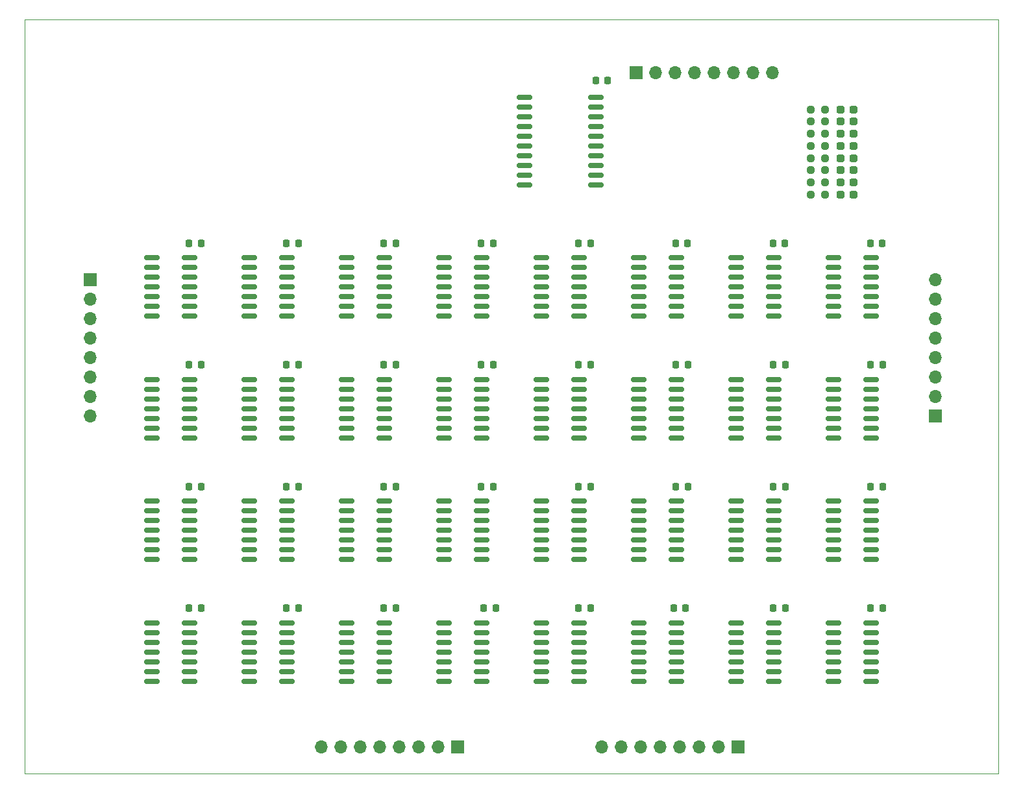
<source format=gbr>
%TF.GenerationSoftware,KiCad,Pcbnew,6.0.6*%
%TF.CreationDate,2022-09-03T22:52:37+02:00*%
%TF.ProjectId,fake8080c,66616b65-3830-4383-9063-2e6b69636164,rev?*%
%TF.SameCoordinates,Original*%
%TF.FileFunction,Soldermask,Top*%
%TF.FilePolarity,Negative*%
%FSLAX46Y46*%
G04 Gerber Fmt 4.6, Leading zero omitted, Abs format (unit mm)*
G04 Created by KiCad (PCBNEW 6.0.6) date 2022-09-03 22:52:37*
%MOMM*%
%LPD*%
G01*
G04 APERTURE LIST*
G04 Aperture macros list*
%AMRoundRect*
0 Rectangle with rounded corners*
0 $1 Rounding radius*
0 $2 $3 $4 $5 $6 $7 $8 $9 X,Y pos of 4 corners*
0 Add a 4 corners polygon primitive as box body*
4,1,4,$2,$3,$4,$5,$6,$7,$8,$9,$2,$3,0*
0 Add four circle primitives for the rounded corners*
1,1,$1+$1,$2,$3*
1,1,$1+$1,$4,$5*
1,1,$1+$1,$6,$7*
1,1,$1+$1,$8,$9*
0 Add four rect primitives between the rounded corners*
20,1,$1+$1,$2,$3,$4,$5,0*
20,1,$1+$1,$4,$5,$6,$7,0*
20,1,$1+$1,$6,$7,$8,$9,0*
20,1,$1+$1,$8,$9,$2,$3,0*%
G04 Aperture macros list end*
%TA.AperFunction,Profile*%
%ADD10C,0.100000*%
%TD*%
%ADD11RoundRect,0.150000X-0.825000X-0.150000X0.825000X-0.150000X0.825000X0.150000X-0.825000X0.150000X0*%
%ADD12RoundRect,0.150000X-0.875000X-0.150000X0.875000X-0.150000X0.875000X0.150000X-0.875000X0.150000X0*%
%ADD13RoundRect,0.237500X-0.250000X-0.237500X0.250000X-0.237500X0.250000X0.237500X-0.250000X0.237500X0*%
%ADD14R,1.700000X1.700000*%
%ADD15O,1.700000X1.700000*%
%ADD16RoundRect,0.237500X0.287500X0.237500X-0.287500X0.237500X-0.287500X-0.237500X0.287500X-0.237500X0*%
%ADD17RoundRect,0.225000X-0.225000X-0.250000X0.225000X-0.250000X0.225000X0.250000X-0.225000X0.250000X0*%
G04 APERTURE END LIST*
D10*
X225425000Y-41275000D02*
X98425000Y-41275000D01*
X98425000Y-41275000D02*
X98425000Y-139700000D01*
X98425000Y-139700000D02*
X225425000Y-139700000D01*
X225425000Y-139700000D02*
X225425000Y-41275000D01*
D11*
%TO.C,U133*%
X145350000Y-120015000D03*
X145350000Y-121285000D03*
X145350000Y-122555000D03*
X145350000Y-123825000D03*
X145350000Y-125095000D03*
X145350000Y-126365000D03*
X145350000Y-127635000D03*
X140400000Y-127635000D03*
X140400000Y-126365000D03*
X140400000Y-125095000D03*
X140400000Y-123825000D03*
X140400000Y-122555000D03*
X140400000Y-121285000D03*
X140400000Y-120015000D03*
%TD*%
%TO.C,U132*%
X191200000Y-120015000D03*
X191200000Y-121285000D03*
X191200000Y-122555000D03*
X191200000Y-123825000D03*
X191200000Y-125095000D03*
X191200000Y-126365000D03*
X191200000Y-127635000D03*
X196150000Y-127635000D03*
X196150000Y-126365000D03*
X196150000Y-125095000D03*
X196150000Y-123825000D03*
X196150000Y-122555000D03*
X196150000Y-121285000D03*
X196150000Y-120015000D03*
%TD*%
%TO.C,U131*%
X140400000Y-104140000D03*
X140400000Y-105410000D03*
X140400000Y-106680000D03*
X140400000Y-107950000D03*
X140400000Y-109220000D03*
X140400000Y-110490000D03*
X140400000Y-111760000D03*
X145350000Y-111760000D03*
X145350000Y-110490000D03*
X145350000Y-109220000D03*
X145350000Y-107950000D03*
X145350000Y-106680000D03*
X145350000Y-105410000D03*
X145350000Y-104140000D03*
%TD*%
%TO.C,U130*%
X165800000Y-104140000D03*
X165800000Y-105410000D03*
X165800000Y-106680000D03*
X165800000Y-107950000D03*
X165800000Y-109220000D03*
X165800000Y-110490000D03*
X165800000Y-111760000D03*
X170750000Y-111760000D03*
X170750000Y-110490000D03*
X170750000Y-109220000D03*
X170750000Y-107950000D03*
X170750000Y-106680000D03*
X170750000Y-105410000D03*
X170750000Y-104140000D03*
%TD*%
%TO.C,U129*%
X191200000Y-104140000D03*
X191200000Y-105410000D03*
X191200000Y-106680000D03*
X191200000Y-107950000D03*
X191200000Y-109220000D03*
X191200000Y-110490000D03*
X191200000Y-111760000D03*
X196150000Y-111760000D03*
X196150000Y-110490000D03*
X196150000Y-109220000D03*
X196150000Y-107950000D03*
X196150000Y-106680000D03*
X196150000Y-105410000D03*
X196150000Y-104140000D03*
%TD*%
%TO.C,U128*%
X115000000Y-104140000D03*
X115000000Y-105410000D03*
X115000000Y-106680000D03*
X115000000Y-107950000D03*
X115000000Y-109220000D03*
X115000000Y-110490000D03*
X115000000Y-111760000D03*
X119950000Y-111760000D03*
X119950000Y-110490000D03*
X119950000Y-109220000D03*
X119950000Y-107950000D03*
X119950000Y-106680000D03*
X119950000Y-105410000D03*
X119950000Y-104140000D03*
%TD*%
%TO.C,U127*%
X127700000Y-104140000D03*
X127700000Y-105410000D03*
X127700000Y-106680000D03*
X127700000Y-107950000D03*
X127700000Y-109220000D03*
X127700000Y-110490000D03*
X127700000Y-111760000D03*
X132650000Y-111760000D03*
X132650000Y-110490000D03*
X132650000Y-109220000D03*
X132650000Y-107950000D03*
X132650000Y-106680000D03*
X132650000Y-105410000D03*
X132650000Y-104140000D03*
%TD*%
%TO.C,U126*%
X178500000Y-104140000D03*
X178500000Y-105410000D03*
X178500000Y-106680000D03*
X178500000Y-107950000D03*
X178500000Y-109220000D03*
X178500000Y-110490000D03*
X178500000Y-111760000D03*
X183450000Y-111760000D03*
X183450000Y-110490000D03*
X183450000Y-109220000D03*
X183450000Y-107950000D03*
X183450000Y-106680000D03*
X183450000Y-105410000D03*
X183450000Y-104140000D03*
%TD*%
%TO.C,U125*%
X153100000Y-104140000D03*
X153100000Y-105410000D03*
X153100000Y-106680000D03*
X153100000Y-107950000D03*
X153100000Y-109220000D03*
X153100000Y-110490000D03*
X153100000Y-111760000D03*
X158050000Y-111760000D03*
X158050000Y-110490000D03*
X158050000Y-109220000D03*
X158050000Y-107950000D03*
X158050000Y-106680000D03*
X158050000Y-105410000D03*
X158050000Y-104140000D03*
%TD*%
%TO.C,U124*%
X203900000Y-104140000D03*
X203900000Y-105410000D03*
X203900000Y-106680000D03*
X203900000Y-107950000D03*
X203900000Y-109220000D03*
X203900000Y-110490000D03*
X203900000Y-111760000D03*
X208850000Y-111760000D03*
X208850000Y-110490000D03*
X208850000Y-109220000D03*
X208850000Y-107950000D03*
X208850000Y-106680000D03*
X208850000Y-105410000D03*
X208850000Y-104140000D03*
%TD*%
%TO.C,U123*%
X115000000Y-88265000D03*
X115000000Y-89535000D03*
X115000000Y-90805000D03*
X115000000Y-92075000D03*
X115000000Y-93345000D03*
X115000000Y-94615000D03*
X115000000Y-95885000D03*
X119950000Y-95885000D03*
X119950000Y-94615000D03*
X119950000Y-93345000D03*
X119950000Y-92075000D03*
X119950000Y-90805000D03*
X119950000Y-89535000D03*
X119950000Y-88265000D03*
%TD*%
%TO.C,U122*%
X127700000Y-88265000D03*
X127700000Y-89535000D03*
X127700000Y-90805000D03*
X127700000Y-92075000D03*
X127700000Y-93345000D03*
X127700000Y-94615000D03*
X127700000Y-95885000D03*
X132650000Y-95885000D03*
X132650000Y-94615000D03*
X132650000Y-93345000D03*
X132650000Y-92075000D03*
X132650000Y-90805000D03*
X132650000Y-89535000D03*
X132650000Y-88265000D03*
%TD*%
%TO.C,U121*%
X140400000Y-88265000D03*
X140400000Y-89535000D03*
X140400000Y-90805000D03*
X140400000Y-92075000D03*
X140400000Y-93345000D03*
X140400000Y-94615000D03*
X140400000Y-95885000D03*
X145350000Y-95885000D03*
X145350000Y-94615000D03*
X145350000Y-93345000D03*
X145350000Y-92075000D03*
X145350000Y-90805000D03*
X145350000Y-89535000D03*
X145350000Y-88265000D03*
%TD*%
%TO.C,U120*%
X153100000Y-88265000D03*
X153100000Y-89535000D03*
X153100000Y-90805000D03*
X153100000Y-92075000D03*
X153100000Y-93345000D03*
X153100000Y-94615000D03*
X153100000Y-95885000D03*
X158050000Y-95885000D03*
X158050000Y-94615000D03*
X158050000Y-93345000D03*
X158050000Y-92075000D03*
X158050000Y-90805000D03*
X158050000Y-89535000D03*
X158050000Y-88265000D03*
%TD*%
%TO.C,U119*%
X165800000Y-88265000D03*
X165800000Y-89535000D03*
X165800000Y-90805000D03*
X165800000Y-92075000D03*
X165800000Y-93345000D03*
X165800000Y-94615000D03*
X165800000Y-95885000D03*
X170750000Y-95885000D03*
X170750000Y-94615000D03*
X170750000Y-93345000D03*
X170750000Y-92075000D03*
X170750000Y-90805000D03*
X170750000Y-89535000D03*
X170750000Y-88265000D03*
%TD*%
%TO.C,U118*%
X178500000Y-88265000D03*
X178500000Y-89535000D03*
X178500000Y-90805000D03*
X178500000Y-92075000D03*
X178500000Y-93345000D03*
X178500000Y-94615000D03*
X178500000Y-95885000D03*
X183450000Y-95885000D03*
X183450000Y-94615000D03*
X183450000Y-93345000D03*
X183450000Y-92075000D03*
X183450000Y-90805000D03*
X183450000Y-89535000D03*
X183450000Y-88265000D03*
%TD*%
%TO.C,U117*%
X191200000Y-88265000D03*
X191200000Y-89535000D03*
X191200000Y-90805000D03*
X191200000Y-92075000D03*
X191200000Y-93345000D03*
X191200000Y-94615000D03*
X191200000Y-95885000D03*
X196150000Y-95885000D03*
X196150000Y-94615000D03*
X196150000Y-93345000D03*
X196150000Y-92075000D03*
X196150000Y-90805000D03*
X196150000Y-89535000D03*
X196150000Y-88265000D03*
%TD*%
%TO.C,U116*%
X203900000Y-88265000D03*
X203900000Y-89535000D03*
X203900000Y-90805000D03*
X203900000Y-92075000D03*
X203900000Y-93345000D03*
X203900000Y-94615000D03*
X203900000Y-95885000D03*
X208850000Y-95885000D03*
X208850000Y-94615000D03*
X208850000Y-93345000D03*
X208850000Y-92075000D03*
X208850000Y-90805000D03*
X208850000Y-89535000D03*
X208850000Y-88265000D03*
%TD*%
%TO.C,U115*%
X127700000Y-120015000D03*
X127700000Y-121285000D03*
X127700000Y-122555000D03*
X127700000Y-123825000D03*
X127700000Y-125095000D03*
X127700000Y-126365000D03*
X127700000Y-127635000D03*
X132650000Y-127635000D03*
X132650000Y-126365000D03*
X132650000Y-125095000D03*
X132650000Y-123825000D03*
X132650000Y-122555000D03*
X132650000Y-121285000D03*
X132650000Y-120015000D03*
%TD*%
%TO.C,U114*%
X127700000Y-72390000D03*
X127700000Y-73660000D03*
X127700000Y-74930000D03*
X127700000Y-76200000D03*
X127700000Y-77470000D03*
X127700000Y-78740000D03*
X127700000Y-80010000D03*
X132650000Y-80010000D03*
X132650000Y-78740000D03*
X132650000Y-77470000D03*
X132650000Y-76200000D03*
X132650000Y-74930000D03*
X132650000Y-73660000D03*
X132650000Y-72390000D03*
%TD*%
%TO.C,U113*%
X153100000Y-120015000D03*
X153100000Y-121285000D03*
X153100000Y-122555000D03*
X153100000Y-123825000D03*
X153100000Y-125095000D03*
X153100000Y-126365000D03*
X153100000Y-127635000D03*
X158050000Y-127635000D03*
X158050000Y-126365000D03*
X158050000Y-125095000D03*
X158050000Y-123825000D03*
X158050000Y-122555000D03*
X158050000Y-121285000D03*
X158050000Y-120015000D03*
%TD*%
%TO.C,U112*%
X153100000Y-72390000D03*
X153100000Y-73660000D03*
X153100000Y-74930000D03*
X153100000Y-76200000D03*
X153100000Y-77470000D03*
X153100000Y-78740000D03*
X153100000Y-80010000D03*
X158050000Y-80010000D03*
X158050000Y-78740000D03*
X158050000Y-77470000D03*
X158050000Y-76200000D03*
X158050000Y-74930000D03*
X158050000Y-73660000D03*
X158050000Y-72390000D03*
%TD*%
%TO.C,U111*%
X178500000Y-120015000D03*
X178500000Y-121285000D03*
X178500000Y-122555000D03*
X178500000Y-123825000D03*
X178500000Y-125095000D03*
X178500000Y-126365000D03*
X178500000Y-127635000D03*
X183450000Y-127635000D03*
X183450000Y-126365000D03*
X183450000Y-125095000D03*
X183450000Y-123825000D03*
X183450000Y-122555000D03*
X183450000Y-121285000D03*
X183450000Y-120015000D03*
%TD*%
%TO.C,U110*%
X178500000Y-72390000D03*
X178500000Y-73660000D03*
X178500000Y-74930000D03*
X178500000Y-76200000D03*
X178500000Y-77470000D03*
X178500000Y-78740000D03*
X178500000Y-80010000D03*
X183450000Y-80010000D03*
X183450000Y-78740000D03*
X183450000Y-77470000D03*
X183450000Y-76200000D03*
X183450000Y-74930000D03*
X183450000Y-73660000D03*
X183450000Y-72390000D03*
%TD*%
%TO.C,U109*%
X203900000Y-120015000D03*
X203900000Y-121285000D03*
X203900000Y-122555000D03*
X203900000Y-123825000D03*
X203900000Y-125095000D03*
X203900000Y-126365000D03*
X203900000Y-127635000D03*
X208850000Y-127635000D03*
X208850000Y-126365000D03*
X208850000Y-125095000D03*
X208850000Y-123825000D03*
X208850000Y-122555000D03*
X208850000Y-121285000D03*
X208850000Y-120015000D03*
%TD*%
%TO.C,U108*%
X203900000Y-72390000D03*
X203900000Y-73660000D03*
X203900000Y-74930000D03*
X203900000Y-76200000D03*
X203900000Y-77470000D03*
X203900000Y-78740000D03*
X203900000Y-80010000D03*
X208850000Y-80010000D03*
X208850000Y-78740000D03*
X208850000Y-77470000D03*
X208850000Y-76200000D03*
X208850000Y-74930000D03*
X208850000Y-73660000D03*
X208850000Y-72390000D03*
%TD*%
%TO.C,U107*%
X115000000Y-72390000D03*
X115000000Y-73660000D03*
X115000000Y-74930000D03*
X115000000Y-76200000D03*
X115000000Y-77470000D03*
X115000000Y-78740000D03*
X115000000Y-80010000D03*
X119950000Y-80010000D03*
X119950000Y-78740000D03*
X119950000Y-77470000D03*
X119950000Y-76200000D03*
X119950000Y-74930000D03*
X119950000Y-73660000D03*
X119950000Y-72390000D03*
%TD*%
%TO.C,U106*%
X140400000Y-72390000D03*
X140400000Y-73660000D03*
X140400000Y-74930000D03*
X140400000Y-76200000D03*
X140400000Y-77470000D03*
X140400000Y-78740000D03*
X140400000Y-80010000D03*
X145350000Y-80010000D03*
X145350000Y-78740000D03*
X145350000Y-77470000D03*
X145350000Y-76200000D03*
X145350000Y-74930000D03*
X145350000Y-73660000D03*
X145350000Y-72390000D03*
%TD*%
%TO.C,U105*%
X165800000Y-72390000D03*
X165800000Y-73660000D03*
X165800000Y-74930000D03*
X165800000Y-76200000D03*
X165800000Y-77470000D03*
X165800000Y-78740000D03*
X165800000Y-80010000D03*
X170750000Y-80010000D03*
X170750000Y-78740000D03*
X170750000Y-77470000D03*
X170750000Y-76200000D03*
X170750000Y-74930000D03*
X170750000Y-73660000D03*
X170750000Y-72390000D03*
%TD*%
%TO.C,U104*%
X191200000Y-72390000D03*
X191200000Y-73660000D03*
X191200000Y-74930000D03*
X191200000Y-76200000D03*
X191200000Y-77470000D03*
X191200000Y-78740000D03*
X191200000Y-80010000D03*
X196150000Y-80010000D03*
X196150000Y-78740000D03*
X196150000Y-77470000D03*
X196150000Y-76200000D03*
X196150000Y-74930000D03*
X196150000Y-73660000D03*
X196150000Y-72390000D03*
%TD*%
%TO.C,U103*%
X115000000Y-120015000D03*
X115000000Y-121285000D03*
X115000000Y-122555000D03*
X115000000Y-123825000D03*
X115000000Y-125095000D03*
X115000000Y-126365000D03*
X115000000Y-127635000D03*
X119950000Y-127635000D03*
X119950000Y-126365000D03*
X119950000Y-125095000D03*
X119950000Y-123825000D03*
X119950000Y-122555000D03*
X119950000Y-121285000D03*
X119950000Y-120015000D03*
%TD*%
%TO.C,U102*%
X165800000Y-120015000D03*
X165800000Y-121285000D03*
X165800000Y-122555000D03*
X165800000Y-123825000D03*
X165800000Y-125095000D03*
X165800000Y-126365000D03*
X165800000Y-127635000D03*
X170750000Y-127635000D03*
X170750000Y-126365000D03*
X170750000Y-125095000D03*
X170750000Y-123825000D03*
X170750000Y-122555000D03*
X170750000Y-121285000D03*
X170750000Y-120015000D03*
%TD*%
D12*
%TO.C,U101*%
X163625000Y-51435000D03*
X163625000Y-52705000D03*
X163625000Y-53975000D03*
X163625000Y-55245000D03*
X163625000Y-56515000D03*
X163625000Y-57785000D03*
X163625000Y-59055000D03*
X163625000Y-60325000D03*
X163625000Y-61595000D03*
X163625000Y-62865000D03*
X172925000Y-62865000D03*
X172925000Y-61595000D03*
X172925000Y-60325000D03*
X172925000Y-59055000D03*
X172925000Y-57785000D03*
X172925000Y-56515000D03*
X172925000Y-55245000D03*
X172925000Y-53975000D03*
X172925000Y-52705000D03*
X172925000Y-51435000D03*
%TD*%
D13*
%TO.C,R108*%
X200977500Y-53022500D03*
X202802500Y-53022500D03*
%TD*%
%TO.C,R107*%
X200977500Y-54610000D03*
X202802500Y-54610000D03*
%TD*%
%TO.C,R106*%
X200977500Y-56197500D03*
X202802500Y-56197500D03*
%TD*%
%TO.C,R105*%
X200977500Y-57785000D03*
X202802500Y-57785000D03*
%TD*%
%TO.C,R104*%
X200977500Y-59372500D03*
X202802500Y-59372500D03*
%TD*%
%TO.C,R103*%
X200977500Y-60960000D03*
X202802500Y-60960000D03*
%TD*%
%TO.C,R102*%
X200977500Y-62547500D03*
X202802500Y-62547500D03*
%TD*%
%TO.C,R101*%
X200977500Y-64135000D03*
X202802500Y-64135000D03*
%TD*%
D14*
%TO.C,J105*%
X106997500Y-75247500D03*
D15*
X106997500Y-77787500D03*
X106997500Y-80327500D03*
X106997500Y-82867500D03*
X106997500Y-85407500D03*
X106997500Y-87947500D03*
X106997500Y-90487500D03*
X106997500Y-93027500D03*
%TD*%
D14*
%TO.C,J104*%
X217170000Y-93012500D03*
D15*
X217170000Y-90472500D03*
X217170000Y-87932500D03*
X217170000Y-85392500D03*
X217170000Y-82852500D03*
X217170000Y-80312500D03*
X217170000Y-77772500D03*
X217170000Y-75232500D03*
%TD*%
D14*
%TO.C,J103*%
X178132500Y-48260000D03*
D15*
X180672500Y-48260000D03*
X183212500Y-48260000D03*
X185752500Y-48260000D03*
X188292500Y-48260000D03*
X190832500Y-48260000D03*
X193372500Y-48260000D03*
X195912500Y-48260000D03*
%TD*%
D14*
%TO.C,J102*%
X154925000Y-136207500D03*
D15*
X152385000Y-136207500D03*
X149845000Y-136207500D03*
X147305000Y-136207500D03*
X144765000Y-136207500D03*
X142225000Y-136207500D03*
X139685000Y-136207500D03*
X137145000Y-136207500D03*
%TD*%
D14*
%TO.C,J101*%
X191452500Y-136207500D03*
D15*
X188912500Y-136207500D03*
X186372500Y-136207500D03*
X183832500Y-136207500D03*
X181292500Y-136207500D03*
X178752500Y-136207500D03*
X176212500Y-136207500D03*
X173672500Y-136207500D03*
%TD*%
D16*
%TO.C,D108*%
X206575000Y-53022500D03*
X204825000Y-53022500D03*
%TD*%
%TO.C,D107*%
X206575000Y-54610000D03*
X204825000Y-54610000D03*
%TD*%
%TO.C,D106*%
X206575000Y-56197500D03*
X204825000Y-56197500D03*
%TD*%
%TO.C,D105*%
X206575000Y-57785000D03*
X204825000Y-57785000D03*
%TD*%
%TO.C,D104*%
X206575000Y-59372500D03*
X204825000Y-59372500D03*
%TD*%
%TO.C,D103*%
X206575000Y-60960000D03*
X204825000Y-60960000D03*
%TD*%
%TO.C,D102*%
X206575000Y-62547500D03*
X204825000Y-62547500D03*
%TD*%
%TO.C,D101*%
X206575000Y-64135000D03*
X204825000Y-64135000D03*
%TD*%
D17*
%TO.C,C133*%
X145275000Y-118110000D03*
X146825000Y-118110000D03*
%TD*%
%TO.C,C132*%
X196075000Y-118110000D03*
X197625000Y-118110000D03*
%TD*%
%TO.C,C131*%
X145275000Y-102235000D03*
X146825000Y-102235000D03*
%TD*%
%TO.C,C130*%
X170675000Y-102235000D03*
X172225000Y-102235000D03*
%TD*%
%TO.C,C129*%
X196075000Y-102235000D03*
X197625000Y-102235000D03*
%TD*%
%TO.C,C128*%
X119875000Y-102235000D03*
X121425000Y-102235000D03*
%TD*%
%TO.C,C127*%
X132575000Y-102235000D03*
X134125000Y-102235000D03*
%TD*%
%TO.C,C126*%
X183375000Y-102235000D03*
X184925000Y-102235000D03*
%TD*%
%TO.C,C125*%
X157975000Y-102235000D03*
X159525000Y-102235000D03*
%TD*%
%TO.C,C124*%
X208775000Y-102235000D03*
X210325000Y-102235000D03*
%TD*%
%TO.C,C123*%
X119875000Y-86360000D03*
X121425000Y-86360000D03*
%TD*%
%TO.C,C122*%
X132575000Y-86360000D03*
X134125000Y-86360000D03*
%TD*%
%TO.C,C121*%
X145275000Y-86360000D03*
X146825000Y-86360000D03*
%TD*%
%TO.C,C120*%
X157975000Y-86360000D03*
X159525000Y-86360000D03*
%TD*%
%TO.C,C119*%
X170675000Y-86360000D03*
X172225000Y-86360000D03*
%TD*%
%TO.C,C118*%
X183375000Y-86360000D03*
X184925000Y-86360000D03*
%TD*%
%TO.C,C117*%
X196075000Y-86360000D03*
X197625000Y-86360000D03*
%TD*%
%TO.C,C116*%
X208775000Y-86360000D03*
X210325000Y-86360000D03*
%TD*%
%TO.C,C115*%
X132575000Y-118110000D03*
X134125000Y-118110000D03*
%TD*%
%TO.C,C114*%
X132575000Y-70485000D03*
X134125000Y-70485000D03*
%TD*%
%TO.C,C113*%
X158292500Y-118110000D03*
X159842500Y-118110000D03*
%TD*%
%TO.C,C112*%
X157975000Y-70485000D03*
X159525000Y-70485000D03*
%TD*%
%TO.C,C111*%
X183057500Y-118110000D03*
X184607500Y-118110000D03*
%TD*%
%TO.C,C110*%
X183310000Y-70485000D03*
X184860000Y-70485000D03*
%TD*%
%TO.C,C109*%
X208775000Y-118110000D03*
X210325000Y-118110000D03*
%TD*%
%TO.C,C108*%
X208710000Y-70485000D03*
X210260000Y-70485000D03*
%TD*%
%TO.C,C107*%
X119875000Y-70485000D03*
X121425000Y-70485000D03*
%TD*%
%TO.C,C106*%
X145275000Y-70485000D03*
X146825000Y-70485000D03*
%TD*%
%TO.C,C105*%
X170675000Y-70485000D03*
X172225000Y-70485000D03*
%TD*%
%TO.C,C104*%
X196010000Y-70485000D03*
X197560000Y-70485000D03*
%TD*%
%TO.C,C103*%
X119875000Y-118110000D03*
X121425000Y-118110000D03*
%TD*%
%TO.C,C102*%
X170675000Y-118110000D03*
X172225000Y-118110000D03*
%TD*%
%TO.C,C101*%
X172897500Y-49212500D03*
X174447500Y-49212500D03*
%TD*%
M02*

</source>
